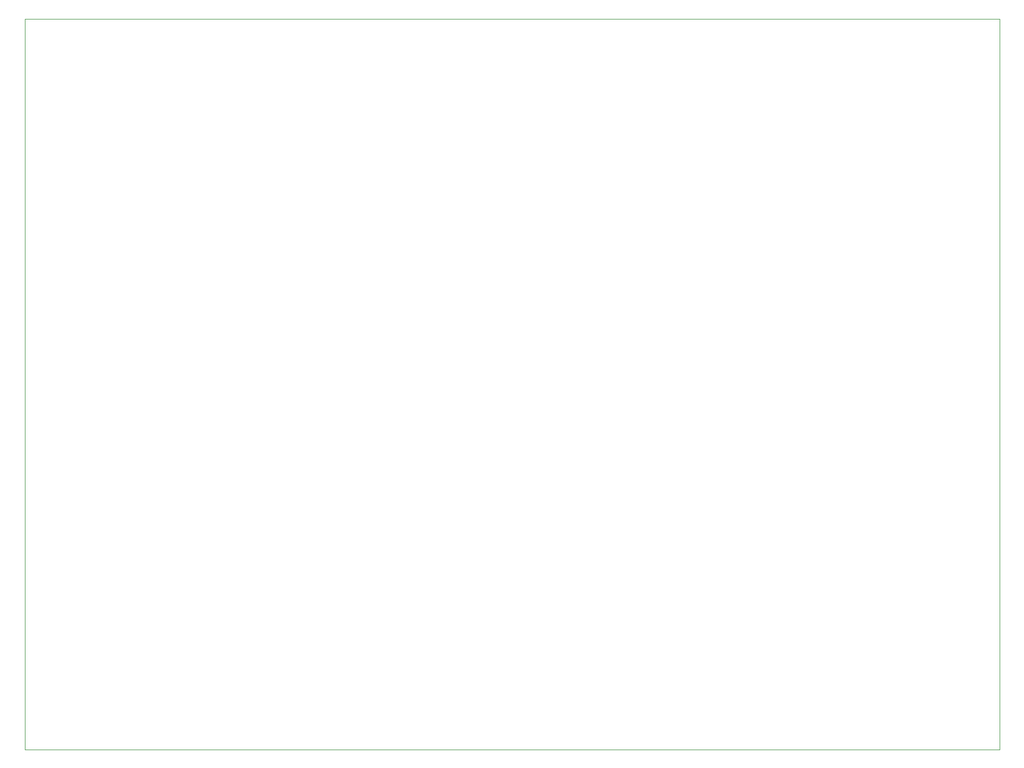
<source format=gbr>
G04 #@! TF.FileFunction,Profile,NP*
%FSLAX46Y46*%
G04 Gerber Fmt 4.6, Leading zero omitted, Abs format (unit mm)*
G04 Created by KiCad (PCBNEW 4.0.2-stable) date 3/30/2017 9:01:33 AM*
%MOMM*%
G01*
G04 APERTURE LIST*
%ADD10C,0.100000*%
G04 APERTURE END LIST*
D10*
X220980000Y-154940000D02*
X68580000Y-154940000D01*
X220980000Y-40640000D02*
X220980000Y-154940000D01*
X68580000Y-40640000D02*
X220980000Y-40640000D01*
X68580000Y-154940000D02*
X68580000Y-40640000D01*
M02*

</source>
